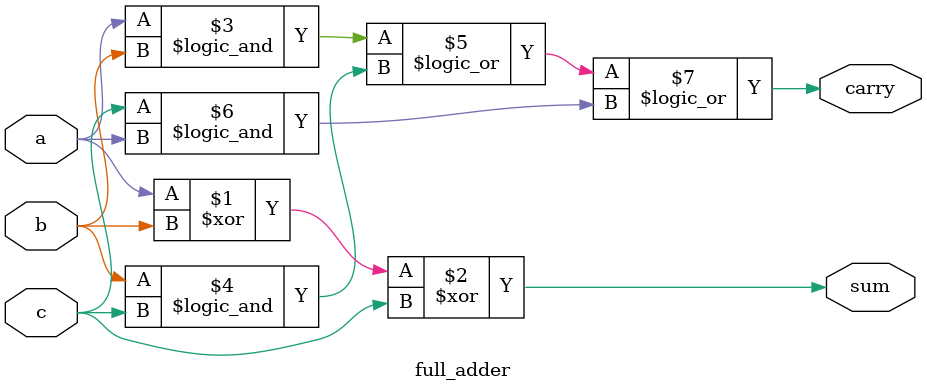
<source format=v>
`timescale 1ns / 1ps


module full_adder(sum,carry,a,b,c);
input a,b,c; 
output sum,carry;
assign sum = a^b^c; 
assign carry = (a&&b)||(b&&c)||(c&&a);
endmodule

</source>
